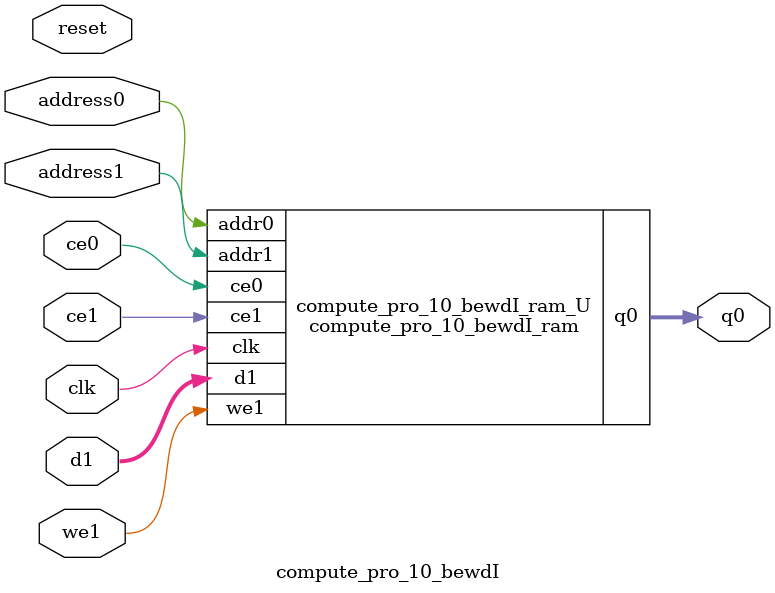
<source format=v>
`timescale 1 ns / 1 ps
module compute_pro_10_bewdI_ram (addr0, ce0, q0, addr1, ce1, d1, we1,  clk);

parameter DWIDTH = 16;
parameter AWIDTH = 1;
parameter MEM_SIZE = 2;

input[AWIDTH-1:0] addr0;
input ce0;
output reg[DWIDTH-1:0] q0;
input[AWIDTH-1:0] addr1;
input ce1;
input[DWIDTH-1:0] d1;
input we1;
input clk;

(* ram_style = "block" *)reg [DWIDTH-1:0] ram[0:MEM_SIZE-1];




always @(posedge clk)  
begin 
    if (ce0) 
    begin
        q0 <= ram[addr0];
    end
end


always @(posedge clk)  
begin 
    if (ce1) 
    begin
        if (we1) 
        begin 
            ram[addr1] <= d1; 
        end 
    end
end


endmodule

`timescale 1 ns / 1 ps
module compute_pro_10_bewdI(
    reset,
    clk,
    address0,
    ce0,
    q0,
    address1,
    ce1,
    we1,
    d1);

parameter DataWidth = 32'd16;
parameter AddressRange = 32'd2;
parameter AddressWidth = 32'd1;
input reset;
input clk;
input[AddressWidth - 1:0] address0;
input ce0;
output[DataWidth - 1:0] q0;
input[AddressWidth - 1:0] address1;
input ce1;
input we1;
input[DataWidth - 1:0] d1;



compute_pro_10_bewdI_ram compute_pro_10_bewdI_ram_U(
    .clk( clk ),
    .addr0( address0 ),
    .ce0( ce0 ),
    .q0( q0 ),
    .addr1( address1 ),
    .ce1( ce1 ),
    .we1( we1 ),
    .d1( d1 ));

endmodule


</source>
